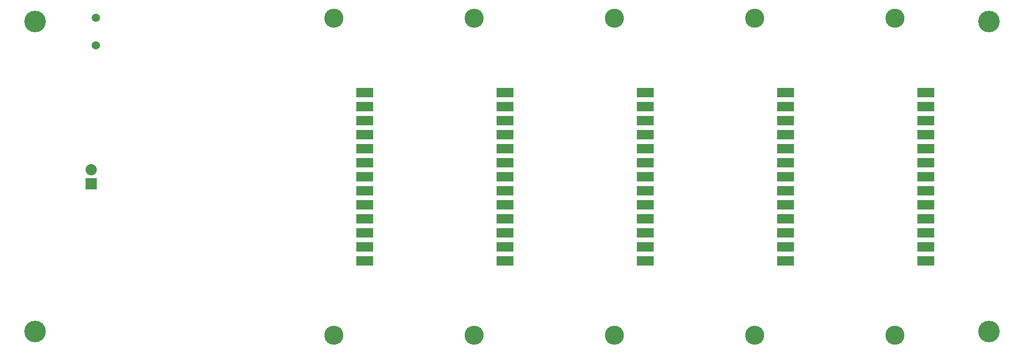
<source format=gbs>
G04 (created by PCBNEW-RS274X (2011-07-19)-testing) date Thu 01 Mar 2012 04:31:09 PM PST*
G01*
G70*
G90*
%MOIN*%
G04 Gerber Fmt 3.4, Leading zero omitted, Abs format*
%FSLAX34Y34*%
G04 APERTURE LIST*
%ADD10C,0.006000*%
%ADD11R,0.120000X0.070000*%
%ADD12C,0.136000*%
%ADD13C,0.059000*%
%ADD14R,0.080000X0.080000*%
%ADD15C,0.080000*%
%ADD16C,0.153900*%
G04 APERTURE END LIST*
G54D10*
G54D11*
X89500Y-34404D03*
X89500Y-35404D03*
X89500Y-36404D03*
X89500Y-37404D03*
X89500Y-38404D03*
X89500Y-39404D03*
X89500Y-40404D03*
X89500Y-41404D03*
X89500Y-42404D03*
X89500Y-43404D03*
X89500Y-44404D03*
X89500Y-45404D03*
X89500Y-46404D03*
G54D12*
X87280Y-29104D03*
X87280Y-51704D03*
G54D11*
X79500Y-34404D03*
X79500Y-35404D03*
X79500Y-36404D03*
X79500Y-37404D03*
X79500Y-38404D03*
X79500Y-39404D03*
X79500Y-40404D03*
X79500Y-41404D03*
X79500Y-42404D03*
X79500Y-43404D03*
X79500Y-44404D03*
X79500Y-45404D03*
X79500Y-46404D03*
G54D12*
X77280Y-29104D03*
X77280Y-51704D03*
G54D11*
X69500Y-34404D03*
X69500Y-35404D03*
X69500Y-36404D03*
X69500Y-37404D03*
X69500Y-38404D03*
X69500Y-39404D03*
X69500Y-40404D03*
X69500Y-41404D03*
X69500Y-42404D03*
X69500Y-43404D03*
X69500Y-44404D03*
X69500Y-45404D03*
X69500Y-46404D03*
G54D12*
X67280Y-29104D03*
X67280Y-51704D03*
G54D11*
X59500Y-34404D03*
X59500Y-35404D03*
X59500Y-36404D03*
X59500Y-37404D03*
X59500Y-38404D03*
X59500Y-39404D03*
X59500Y-40404D03*
X59500Y-41404D03*
X59500Y-42404D03*
X59500Y-43404D03*
X59500Y-44404D03*
X59500Y-45404D03*
X59500Y-46404D03*
G54D12*
X57280Y-29104D03*
X57280Y-51704D03*
G54D11*
X49500Y-34404D03*
X49500Y-35404D03*
X49500Y-36404D03*
X49500Y-37404D03*
X49500Y-38404D03*
X49500Y-39404D03*
X49500Y-40404D03*
X49500Y-41404D03*
X49500Y-42404D03*
X49500Y-43404D03*
X49500Y-44404D03*
X49500Y-45404D03*
X49500Y-46404D03*
G54D12*
X47280Y-29104D03*
X47280Y-51704D03*
G54D13*
X30315Y-29075D03*
X30315Y-31043D03*
G54D14*
X30000Y-40900D03*
G54D15*
X30000Y-39900D03*
G54D16*
X26000Y-29350D03*
X26000Y-51450D03*
X94000Y-51450D03*
X94000Y-29350D03*
M02*

</source>
